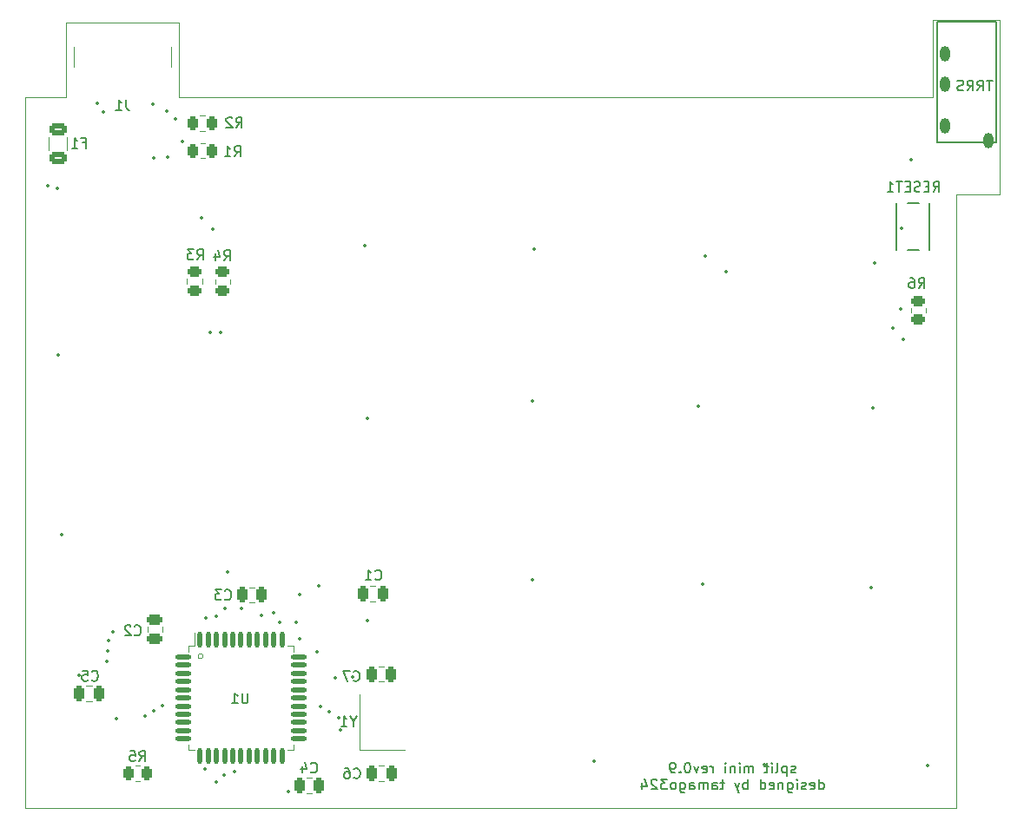
<source format=gbr>
%TF.GenerationSoftware,KiCad,Pcbnew,(6.0.6)*%
%TF.CreationDate,2022-12-14T08:04:59+09:00*%
%TF.ProjectId,split-mini__left,73706c69-742d-46d6-996e-695f5f6c6566,rev?*%
%TF.SameCoordinates,Original*%
%TF.FileFunction,Legend,Bot*%
%TF.FilePolarity,Positive*%
%FSLAX46Y46*%
G04 Gerber Fmt 4.6, Leading zero omitted, Abs format (unit mm)*
G04 Created by KiCad (PCBNEW (6.0.6)) date 2022-12-14 08:04:59*
%MOMM*%
%LPD*%
G01*
G04 APERTURE LIST*
G04 Aperture macros list*
%AMRoundRect*
0 Rectangle with rounded corners*
0 $1 Rounding radius*
0 $2 $3 $4 $5 $6 $7 $8 $9 X,Y pos of 4 corners*
0 Add a 4 corners polygon primitive as box body*
4,1,4,$2,$3,$4,$5,$6,$7,$8,$9,$2,$3,0*
0 Add four circle primitives for the rounded corners*
1,1,$1+$1,$2,$3*
1,1,$1+$1,$4,$5*
1,1,$1+$1,$6,$7*
1,1,$1+$1,$8,$9*
0 Add four rect primitives between the rounded corners*
20,1,$1+$1,$2,$3,$4,$5,0*
20,1,$1+$1,$4,$5,$6,$7,0*
20,1,$1+$1,$6,$7,$8,$9,0*
20,1,$1+$1,$8,$9,$2,$3,0*%
G04 Aperture macros list end*
%ADD10C,0.100000*%
%TA.AperFunction,Profile*%
%ADD11C,0.100000*%
%TD*%
%ADD12C,0.200000*%
%ADD13C,0.150000*%
%ADD14C,0.120000*%
%ADD15C,0.350000*%
%ADD16O,0.600000X1.400000*%
%ADD17O,0.600000X1.700000*%
%ADD18O,1.000000X1.500000*%
%ADD19C,1.900000*%
%ADD20C,4.100000*%
%ADD21C,3.000000*%
%ADD22R,2.550000X2.500000*%
%ADD23C,0.650000*%
%ADD24R,0.580000X1.400000*%
%ADD25R,0.280000X1.400000*%
%ADD26O,1.000000X1.800000*%
%ADD27O,1.000000X2.100000*%
%ADD28RoundRect,0.137500X-0.137500X0.600000X-0.137500X-0.600000X0.137500X-0.600000X0.137500X0.600000X0*%
%ADD29RoundRect,0.137500X-0.600000X0.137500X-0.600000X-0.137500X0.600000X-0.137500X0.600000X0.137500X0*%
%ADD30RoundRect,0.250000X-0.625000X0.375000X-0.625000X-0.375000X0.625000X-0.375000X0.625000X0.375000X0*%
%ADD31RoundRect,0.250000X0.262500X0.450000X-0.262500X0.450000X-0.262500X-0.450000X0.262500X-0.450000X0*%
%ADD32RoundRect,0.250000X-0.262500X-0.450000X0.262500X-0.450000X0.262500X0.450000X-0.262500X0.450000X0*%
%ADD33RoundRect,0.250000X-0.250000X-0.475000X0.250000X-0.475000X0.250000X0.475000X-0.250000X0.475000X0*%
%ADD34C,1.200000*%
%ADD35RoundRect,0.250000X0.250000X0.475000X-0.250000X0.475000X-0.250000X-0.475000X0.250000X-0.475000X0*%
%ADD36R,0.650000X1.050000*%
%ADD37R,1.800000X2.100000*%
%ADD38RoundRect,0.250000X-0.475000X0.250000X-0.475000X-0.250000X0.475000X-0.250000X0.475000X0.250000X0*%
%ADD39RoundRect,0.250000X0.450000X-0.262500X0.450000X0.262500X-0.450000X0.262500X-0.450000X-0.262500X0*%
%ADD40RoundRect,0.250000X-0.450000X0.262500X-0.450000X-0.262500X0.450000X-0.262500X0.450000X0.262500X0*%
G04 APERTURE END LIST*
D10*
X37746982Y-82775000D02*
G75*
G03*
X37746982Y-82775000I-246982J0D01*
G01*
D11*
X108880000Y-20730000D02*
X108880000Y-28230000D01*
X115380000Y-37730000D02*
X115380000Y-20730000D01*
X20380000Y-97555000D02*
X111155000Y-97555000D01*
X24380000Y-28230000D02*
X20380000Y-28230000D01*
X35380000Y-28230000D02*
X35380000Y-20930000D01*
X115380000Y-37730000D02*
X111155000Y-37730000D01*
X111155000Y-97555000D02*
X111155000Y-37730000D01*
X35380000Y-20930000D02*
X24380000Y-20930000D01*
X115380000Y-20730000D02*
X108880000Y-20730000D01*
X20380000Y-28230000D02*
X20380000Y-97555000D01*
X108880000Y-28230000D02*
X35380000Y-28230000D01*
X24380000Y-20930000D02*
X24380000Y-28230000D01*
D12*
X95489047Y-94099761D02*
X95393809Y-94147380D01*
X95203333Y-94147380D01*
X95108095Y-94099761D01*
X95060476Y-94004523D01*
X95060476Y-93956904D01*
X95108095Y-93861666D01*
X95203333Y-93814047D01*
X95346190Y-93814047D01*
X95441428Y-93766428D01*
X95489047Y-93671190D01*
X95489047Y-93623571D01*
X95441428Y-93528333D01*
X95346190Y-93480714D01*
X95203333Y-93480714D01*
X95108095Y-93528333D01*
X94631904Y-93480714D02*
X94631904Y-94480714D01*
X94631904Y-93528333D02*
X94536666Y-93480714D01*
X94346190Y-93480714D01*
X94250952Y-93528333D01*
X94203333Y-93575952D01*
X94155714Y-93671190D01*
X94155714Y-93956904D01*
X94203333Y-94052142D01*
X94250952Y-94099761D01*
X94346190Y-94147380D01*
X94536666Y-94147380D01*
X94631904Y-94099761D01*
X93584285Y-94147380D02*
X93679523Y-94099761D01*
X93727142Y-94004523D01*
X93727142Y-93147380D01*
X93203333Y-94147380D02*
X93203333Y-93480714D01*
X93203333Y-93147380D02*
X93250952Y-93195000D01*
X93203333Y-93242619D01*
X93155714Y-93195000D01*
X93203333Y-93147380D01*
X93203333Y-93242619D01*
X92870000Y-93480714D02*
X92489047Y-93480714D01*
X92727142Y-93147380D02*
X92727142Y-94004523D01*
X92679523Y-94099761D01*
X92584285Y-94147380D01*
X92489047Y-94147380D01*
X91393809Y-94147380D02*
X91393809Y-93480714D01*
X91393809Y-93575952D02*
X91346190Y-93528333D01*
X91250952Y-93480714D01*
X91108095Y-93480714D01*
X91012857Y-93528333D01*
X90965238Y-93623571D01*
X90965238Y-94147380D01*
X90965238Y-93623571D02*
X90917619Y-93528333D01*
X90822380Y-93480714D01*
X90679523Y-93480714D01*
X90584285Y-93528333D01*
X90536666Y-93623571D01*
X90536666Y-94147380D01*
X90060476Y-94147380D02*
X90060476Y-93480714D01*
X90060476Y-93147380D02*
X90108095Y-93195000D01*
X90060476Y-93242619D01*
X90012857Y-93195000D01*
X90060476Y-93147380D01*
X90060476Y-93242619D01*
X89584285Y-93480714D02*
X89584285Y-94147380D01*
X89584285Y-93575952D02*
X89536666Y-93528333D01*
X89441428Y-93480714D01*
X89298571Y-93480714D01*
X89203333Y-93528333D01*
X89155714Y-93623571D01*
X89155714Y-94147380D01*
X88679523Y-94147380D02*
X88679523Y-93480714D01*
X88679523Y-93147380D02*
X88727142Y-93195000D01*
X88679523Y-93242619D01*
X88631904Y-93195000D01*
X88679523Y-93147380D01*
X88679523Y-93242619D01*
X87441428Y-94147380D02*
X87441428Y-93480714D01*
X87441428Y-93671190D02*
X87393809Y-93575952D01*
X87346190Y-93528333D01*
X87250952Y-93480714D01*
X87155714Y-93480714D01*
X86441428Y-94099761D02*
X86536666Y-94147380D01*
X86727142Y-94147380D01*
X86822380Y-94099761D01*
X86870000Y-94004523D01*
X86870000Y-93623571D01*
X86822380Y-93528333D01*
X86727142Y-93480714D01*
X86536666Y-93480714D01*
X86441428Y-93528333D01*
X86393809Y-93623571D01*
X86393809Y-93718809D01*
X86870000Y-93814047D01*
X86060476Y-93480714D02*
X85822380Y-94147380D01*
X85584285Y-93480714D01*
X85012857Y-93147380D02*
X84917619Y-93147380D01*
X84822380Y-93195000D01*
X84774761Y-93242619D01*
X84727142Y-93337857D01*
X84679523Y-93528333D01*
X84679523Y-93766428D01*
X84727142Y-93956904D01*
X84774761Y-94052142D01*
X84822380Y-94099761D01*
X84917619Y-94147380D01*
X85012857Y-94147380D01*
X85108095Y-94099761D01*
X85155714Y-94052142D01*
X85203333Y-93956904D01*
X85250952Y-93766428D01*
X85250952Y-93528333D01*
X85203333Y-93337857D01*
X85155714Y-93242619D01*
X85108095Y-93195000D01*
X85012857Y-93147380D01*
X84250952Y-94052142D02*
X84203333Y-94099761D01*
X84250952Y-94147380D01*
X84298571Y-94099761D01*
X84250952Y-94052142D01*
X84250952Y-94147380D01*
X83727142Y-94147380D02*
X83536666Y-94147380D01*
X83441428Y-94099761D01*
X83393809Y-94052142D01*
X83298571Y-93909285D01*
X83250952Y-93718809D01*
X83250952Y-93337857D01*
X83298571Y-93242619D01*
X83346190Y-93195000D01*
X83441428Y-93147380D01*
X83631904Y-93147380D01*
X83727142Y-93195000D01*
X83774761Y-93242619D01*
X83822380Y-93337857D01*
X83822380Y-93575952D01*
X83774761Y-93671190D01*
X83727142Y-93718809D01*
X83631904Y-93766428D01*
X83441428Y-93766428D01*
X83346190Y-93718809D01*
X83298571Y-93671190D01*
X83250952Y-93575952D01*
X97798571Y-95757380D02*
X97798571Y-94757380D01*
X97798571Y-95709761D02*
X97893809Y-95757380D01*
X98084285Y-95757380D01*
X98179523Y-95709761D01*
X98227142Y-95662142D01*
X98274761Y-95566904D01*
X98274761Y-95281190D01*
X98227142Y-95185952D01*
X98179523Y-95138333D01*
X98084285Y-95090714D01*
X97893809Y-95090714D01*
X97798571Y-95138333D01*
X96941428Y-95709761D02*
X97036666Y-95757380D01*
X97227142Y-95757380D01*
X97322380Y-95709761D01*
X97370000Y-95614523D01*
X97370000Y-95233571D01*
X97322380Y-95138333D01*
X97227142Y-95090714D01*
X97036666Y-95090714D01*
X96941428Y-95138333D01*
X96893809Y-95233571D01*
X96893809Y-95328809D01*
X97370000Y-95424047D01*
X96512857Y-95709761D02*
X96417619Y-95757380D01*
X96227142Y-95757380D01*
X96131904Y-95709761D01*
X96084285Y-95614523D01*
X96084285Y-95566904D01*
X96131904Y-95471666D01*
X96227142Y-95424047D01*
X96370000Y-95424047D01*
X96465238Y-95376428D01*
X96512857Y-95281190D01*
X96512857Y-95233571D01*
X96465238Y-95138333D01*
X96370000Y-95090714D01*
X96227142Y-95090714D01*
X96131904Y-95138333D01*
X95655714Y-95757380D02*
X95655714Y-95090714D01*
X95655714Y-94757380D02*
X95703333Y-94805000D01*
X95655714Y-94852619D01*
X95608095Y-94805000D01*
X95655714Y-94757380D01*
X95655714Y-94852619D01*
X94750952Y-95090714D02*
X94750952Y-95900238D01*
X94798571Y-95995476D01*
X94846190Y-96043095D01*
X94941428Y-96090714D01*
X95084285Y-96090714D01*
X95179523Y-96043095D01*
X94750952Y-95709761D02*
X94846190Y-95757380D01*
X95036666Y-95757380D01*
X95131904Y-95709761D01*
X95179523Y-95662142D01*
X95227142Y-95566904D01*
X95227142Y-95281190D01*
X95179523Y-95185952D01*
X95131904Y-95138333D01*
X95036666Y-95090714D01*
X94846190Y-95090714D01*
X94750952Y-95138333D01*
X94274761Y-95090714D02*
X94274761Y-95757380D01*
X94274761Y-95185952D02*
X94227142Y-95138333D01*
X94131904Y-95090714D01*
X93989047Y-95090714D01*
X93893809Y-95138333D01*
X93846190Y-95233571D01*
X93846190Y-95757380D01*
X92989047Y-95709761D02*
X93084285Y-95757380D01*
X93274761Y-95757380D01*
X93370000Y-95709761D01*
X93417619Y-95614523D01*
X93417619Y-95233571D01*
X93370000Y-95138333D01*
X93274761Y-95090714D01*
X93084285Y-95090714D01*
X92989047Y-95138333D01*
X92941428Y-95233571D01*
X92941428Y-95328809D01*
X93417619Y-95424047D01*
X92084285Y-95757380D02*
X92084285Y-94757380D01*
X92084285Y-95709761D02*
X92179523Y-95757380D01*
X92370000Y-95757380D01*
X92465238Y-95709761D01*
X92512857Y-95662142D01*
X92560476Y-95566904D01*
X92560476Y-95281190D01*
X92512857Y-95185952D01*
X92465238Y-95138333D01*
X92370000Y-95090714D01*
X92179523Y-95090714D01*
X92084285Y-95138333D01*
X90846190Y-95757380D02*
X90846190Y-94757380D01*
X90846190Y-95138333D02*
X90750952Y-95090714D01*
X90560476Y-95090714D01*
X90465238Y-95138333D01*
X90417619Y-95185952D01*
X90370000Y-95281190D01*
X90370000Y-95566904D01*
X90417619Y-95662142D01*
X90465238Y-95709761D01*
X90560476Y-95757380D01*
X90750952Y-95757380D01*
X90846190Y-95709761D01*
X90036666Y-95090714D02*
X89798571Y-95757380D01*
X89560476Y-95090714D02*
X89798571Y-95757380D01*
X89893809Y-95995476D01*
X89941428Y-96043095D01*
X90036666Y-96090714D01*
X88560476Y-95090714D02*
X88179523Y-95090714D01*
X88417619Y-94757380D02*
X88417619Y-95614523D01*
X88370000Y-95709761D01*
X88274761Y-95757380D01*
X88179523Y-95757380D01*
X87417619Y-95757380D02*
X87417619Y-95233571D01*
X87465238Y-95138333D01*
X87560476Y-95090714D01*
X87750952Y-95090714D01*
X87846190Y-95138333D01*
X87417619Y-95709761D02*
X87512857Y-95757380D01*
X87750952Y-95757380D01*
X87846190Y-95709761D01*
X87893809Y-95614523D01*
X87893809Y-95519285D01*
X87846190Y-95424047D01*
X87750952Y-95376428D01*
X87512857Y-95376428D01*
X87417619Y-95328809D01*
X86941428Y-95757380D02*
X86941428Y-95090714D01*
X86941428Y-95185952D02*
X86893809Y-95138333D01*
X86798571Y-95090714D01*
X86655714Y-95090714D01*
X86560476Y-95138333D01*
X86512857Y-95233571D01*
X86512857Y-95757380D01*
X86512857Y-95233571D02*
X86465238Y-95138333D01*
X86370000Y-95090714D01*
X86227142Y-95090714D01*
X86131904Y-95138333D01*
X86084285Y-95233571D01*
X86084285Y-95757380D01*
X85179523Y-95757380D02*
X85179523Y-95233571D01*
X85227142Y-95138333D01*
X85322380Y-95090714D01*
X85512857Y-95090714D01*
X85608095Y-95138333D01*
X85179523Y-95709761D02*
X85274761Y-95757380D01*
X85512857Y-95757380D01*
X85608095Y-95709761D01*
X85655714Y-95614523D01*
X85655714Y-95519285D01*
X85608095Y-95424047D01*
X85512857Y-95376428D01*
X85274761Y-95376428D01*
X85179523Y-95328809D01*
X84274761Y-95090714D02*
X84274761Y-95900238D01*
X84322380Y-95995476D01*
X84370000Y-96043095D01*
X84465238Y-96090714D01*
X84608095Y-96090714D01*
X84703333Y-96043095D01*
X84274761Y-95709761D02*
X84370000Y-95757380D01*
X84560476Y-95757380D01*
X84655714Y-95709761D01*
X84703333Y-95662142D01*
X84750952Y-95566904D01*
X84750952Y-95281190D01*
X84703333Y-95185952D01*
X84655714Y-95138333D01*
X84560476Y-95090714D01*
X84370000Y-95090714D01*
X84274761Y-95138333D01*
X83655714Y-95757380D02*
X83750952Y-95709761D01*
X83798571Y-95662142D01*
X83846190Y-95566904D01*
X83846190Y-95281190D01*
X83798571Y-95185952D01*
X83750952Y-95138333D01*
X83655714Y-95090714D01*
X83512857Y-95090714D01*
X83417619Y-95138333D01*
X83370000Y-95185952D01*
X83322380Y-95281190D01*
X83322380Y-95566904D01*
X83370000Y-95662142D01*
X83417619Y-95709761D01*
X83512857Y-95757380D01*
X83655714Y-95757380D01*
X82989047Y-94757380D02*
X82370000Y-94757380D01*
X82703333Y-95138333D01*
X82560476Y-95138333D01*
X82465238Y-95185952D01*
X82417619Y-95233571D01*
X82370000Y-95328809D01*
X82370000Y-95566904D01*
X82417619Y-95662142D01*
X82465238Y-95709761D01*
X82560476Y-95757380D01*
X82846190Y-95757380D01*
X82941428Y-95709761D01*
X82989047Y-95662142D01*
X81989047Y-94852619D02*
X81941428Y-94805000D01*
X81846190Y-94757380D01*
X81608095Y-94757380D01*
X81512857Y-94805000D01*
X81465238Y-94852619D01*
X81417619Y-94947857D01*
X81417619Y-95043095D01*
X81465238Y-95185952D01*
X82036666Y-95757380D01*
X81417619Y-95757380D01*
X80560476Y-95090714D02*
X80560476Y-95757380D01*
X80798571Y-94709761D02*
X81036666Y-95424047D01*
X80417619Y-95424047D01*
D13*
%TO.C,J1*%
X30223333Y-28497380D02*
X30223333Y-29211666D01*
X30270952Y-29354523D01*
X30366190Y-29449761D01*
X30509047Y-29497380D01*
X30604285Y-29497380D01*
X29223333Y-29497380D02*
X29794761Y-29497380D01*
X29509047Y-29497380D02*
X29509047Y-28497380D01*
X29604285Y-28640238D01*
X29699523Y-28735476D01*
X29794761Y-28783095D01*
%TO.C,U1*%
X42121904Y-86372380D02*
X42121904Y-87181904D01*
X42074285Y-87277142D01*
X42026666Y-87324761D01*
X41931428Y-87372380D01*
X41740952Y-87372380D01*
X41645714Y-87324761D01*
X41598095Y-87277142D01*
X41550476Y-87181904D01*
X41550476Y-86372380D01*
X40550476Y-87372380D02*
X41121904Y-87372380D01*
X40836190Y-87372380D02*
X40836190Y-86372380D01*
X40931428Y-86515238D01*
X41026666Y-86610476D01*
X41121904Y-86658095D01*
%TO.C,F1*%
X25988333Y-32678571D02*
X26321666Y-32678571D01*
X26321666Y-33202380D02*
X26321666Y-32202380D01*
X25845476Y-32202380D01*
X24940714Y-33202380D02*
X25512142Y-33202380D01*
X25226428Y-33202380D02*
X25226428Y-32202380D01*
X25321666Y-32345238D01*
X25416904Y-32440476D01*
X25512142Y-32488095D01*
%TO.C,R5*%
X31536666Y-93012380D02*
X31870000Y-92536190D01*
X32108095Y-93012380D02*
X32108095Y-92012380D01*
X31727142Y-92012380D01*
X31631904Y-92060000D01*
X31584285Y-92107619D01*
X31536666Y-92202857D01*
X31536666Y-92345714D01*
X31584285Y-92440952D01*
X31631904Y-92488571D01*
X31727142Y-92536190D01*
X32108095Y-92536190D01*
X30631904Y-92012380D02*
X31108095Y-92012380D01*
X31155714Y-92488571D01*
X31108095Y-92440952D01*
X31012857Y-92393333D01*
X30774761Y-92393333D01*
X30679523Y-92440952D01*
X30631904Y-92488571D01*
X30584285Y-92583809D01*
X30584285Y-92821904D01*
X30631904Y-92917142D01*
X30679523Y-92964761D01*
X30774761Y-93012380D01*
X31012857Y-93012380D01*
X31108095Y-92964761D01*
X31155714Y-92917142D01*
%TO.C,R1*%
X40801666Y-34012380D02*
X41135000Y-33536190D01*
X41373095Y-34012380D02*
X41373095Y-33012380D01*
X40992142Y-33012380D01*
X40896904Y-33060000D01*
X40849285Y-33107619D01*
X40801666Y-33202857D01*
X40801666Y-33345714D01*
X40849285Y-33440952D01*
X40896904Y-33488571D01*
X40992142Y-33536190D01*
X41373095Y-33536190D01*
X39849285Y-34012380D02*
X40420714Y-34012380D01*
X40135000Y-34012380D02*
X40135000Y-33012380D01*
X40230238Y-33155238D01*
X40325476Y-33250476D01*
X40420714Y-33298095D01*
%TO.C,C5*%
X26896666Y-85087142D02*
X26944285Y-85134761D01*
X27087142Y-85182380D01*
X27182380Y-85182380D01*
X27325238Y-85134761D01*
X27420476Y-85039523D01*
X27468095Y-84944285D01*
X27515714Y-84753809D01*
X27515714Y-84610952D01*
X27468095Y-84420476D01*
X27420476Y-84325238D01*
X27325238Y-84230000D01*
X27182380Y-84182380D01*
X27087142Y-84182380D01*
X26944285Y-84230000D01*
X26896666Y-84277619D01*
X25991904Y-84182380D02*
X26468095Y-84182380D01*
X26515714Y-84658571D01*
X26468095Y-84610952D01*
X26372857Y-84563333D01*
X26134761Y-84563333D01*
X26039523Y-84610952D01*
X25991904Y-84658571D01*
X25944285Y-84753809D01*
X25944285Y-84991904D01*
X25991904Y-85087142D01*
X26039523Y-85134761D01*
X26134761Y-85182380D01*
X26372857Y-85182380D01*
X26468095Y-85134761D01*
X26515714Y-85087142D01*
%TO.C,J2*%
X114711904Y-26602380D02*
X114140476Y-26602380D01*
X114426190Y-27602380D02*
X114426190Y-26602380D01*
X113235714Y-27602380D02*
X113569047Y-27126190D01*
X113807142Y-27602380D02*
X113807142Y-26602380D01*
X113426190Y-26602380D01*
X113330952Y-26650000D01*
X113283333Y-26697619D01*
X113235714Y-26792857D01*
X113235714Y-26935714D01*
X113283333Y-27030952D01*
X113330952Y-27078571D01*
X113426190Y-27126190D01*
X113807142Y-27126190D01*
X112235714Y-27602380D02*
X112569047Y-27126190D01*
X112807142Y-27602380D02*
X112807142Y-26602380D01*
X112426190Y-26602380D01*
X112330952Y-26650000D01*
X112283333Y-26697619D01*
X112235714Y-26792857D01*
X112235714Y-26935714D01*
X112283333Y-27030952D01*
X112330952Y-27078571D01*
X112426190Y-27126190D01*
X112807142Y-27126190D01*
X111854761Y-27554761D02*
X111711904Y-27602380D01*
X111473809Y-27602380D01*
X111378571Y-27554761D01*
X111330952Y-27507142D01*
X111283333Y-27411904D01*
X111283333Y-27316666D01*
X111330952Y-27221428D01*
X111378571Y-27173809D01*
X111473809Y-27126190D01*
X111664285Y-27078571D01*
X111759523Y-27030952D01*
X111807142Y-26983333D01*
X111854761Y-26888095D01*
X111854761Y-26792857D01*
X111807142Y-26697619D01*
X111759523Y-26650000D01*
X111664285Y-26602380D01*
X111426190Y-26602380D01*
X111283333Y-26650000D01*
%TO.C,C7*%
X52396666Y-85107142D02*
X52444285Y-85154761D01*
X52587142Y-85202380D01*
X52682380Y-85202380D01*
X52825238Y-85154761D01*
X52920476Y-85059523D01*
X52968095Y-84964285D01*
X53015714Y-84773809D01*
X53015714Y-84630952D01*
X52968095Y-84440476D01*
X52920476Y-84345238D01*
X52825238Y-84250000D01*
X52682380Y-84202380D01*
X52587142Y-84202380D01*
X52444285Y-84250000D01*
X52396666Y-84297619D01*
X52063333Y-84202380D02*
X51396666Y-84202380D01*
X51825238Y-85202380D01*
%TO.C,R2*%
X40956666Y-31202380D02*
X41290000Y-30726190D01*
X41528095Y-31202380D02*
X41528095Y-30202380D01*
X41147142Y-30202380D01*
X41051904Y-30250000D01*
X41004285Y-30297619D01*
X40956666Y-30392857D01*
X40956666Y-30535714D01*
X41004285Y-30630952D01*
X41051904Y-30678571D01*
X41147142Y-30726190D01*
X41528095Y-30726190D01*
X40575714Y-30297619D02*
X40528095Y-30250000D01*
X40432857Y-30202380D01*
X40194761Y-30202380D01*
X40099523Y-30250000D01*
X40051904Y-30297619D01*
X40004285Y-30392857D01*
X40004285Y-30488095D01*
X40051904Y-30630952D01*
X40623333Y-31202380D01*
X40004285Y-31202380D01*
%TO.C,RESET1*%
X108928571Y-37452380D02*
X109261904Y-36976190D01*
X109500000Y-37452380D02*
X109500000Y-36452380D01*
X109119047Y-36452380D01*
X109023809Y-36500000D01*
X108976190Y-36547619D01*
X108928571Y-36642857D01*
X108928571Y-36785714D01*
X108976190Y-36880952D01*
X109023809Y-36928571D01*
X109119047Y-36976190D01*
X109500000Y-36976190D01*
X108500000Y-36928571D02*
X108166666Y-36928571D01*
X108023809Y-37452380D02*
X108500000Y-37452380D01*
X108500000Y-36452380D01*
X108023809Y-36452380D01*
X107642857Y-37404761D02*
X107500000Y-37452380D01*
X107261904Y-37452380D01*
X107166666Y-37404761D01*
X107119047Y-37357142D01*
X107071428Y-37261904D01*
X107071428Y-37166666D01*
X107119047Y-37071428D01*
X107166666Y-37023809D01*
X107261904Y-36976190D01*
X107452380Y-36928571D01*
X107547619Y-36880952D01*
X107595238Y-36833333D01*
X107642857Y-36738095D01*
X107642857Y-36642857D01*
X107595238Y-36547619D01*
X107547619Y-36500000D01*
X107452380Y-36452380D01*
X107214285Y-36452380D01*
X107071428Y-36500000D01*
X106642857Y-36928571D02*
X106309523Y-36928571D01*
X106166666Y-37452380D02*
X106642857Y-37452380D01*
X106642857Y-36452380D01*
X106166666Y-36452380D01*
X105880952Y-36452380D02*
X105309523Y-36452380D01*
X105595238Y-37452380D02*
X105595238Y-36452380D01*
X104452380Y-37452380D02*
X105023809Y-37452380D01*
X104738095Y-37452380D02*
X104738095Y-36452380D01*
X104833333Y-36595238D01*
X104928571Y-36690476D01*
X105023809Y-36738095D01*
%TO.C,Y1*%
X52376190Y-89106190D02*
X52376190Y-89582380D01*
X52709523Y-88582380D02*
X52376190Y-89106190D01*
X52042857Y-88582380D01*
X51185714Y-89582380D02*
X51757142Y-89582380D01*
X51471428Y-89582380D02*
X51471428Y-88582380D01*
X51566666Y-88725238D01*
X51661904Y-88820476D01*
X51757142Y-88868095D01*
%TO.C,C4*%
X48246666Y-94047142D02*
X48294285Y-94094761D01*
X48437142Y-94142380D01*
X48532380Y-94142380D01*
X48675238Y-94094761D01*
X48770476Y-93999523D01*
X48818095Y-93904285D01*
X48865714Y-93713809D01*
X48865714Y-93570952D01*
X48818095Y-93380476D01*
X48770476Y-93285238D01*
X48675238Y-93190000D01*
X48532380Y-93142380D01*
X48437142Y-93142380D01*
X48294285Y-93190000D01*
X48246666Y-93237619D01*
X47389523Y-93475714D02*
X47389523Y-94142380D01*
X47627619Y-93094761D02*
X47865714Y-93809047D01*
X47246666Y-93809047D01*
%TO.C,C2*%
X31066666Y-80657142D02*
X31114285Y-80704761D01*
X31257142Y-80752380D01*
X31352380Y-80752380D01*
X31495238Y-80704761D01*
X31590476Y-80609523D01*
X31638095Y-80514285D01*
X31685714Y-80323809D01*
X31685714Y-80180952D01*
X31638095Y-79990476D01*
X31590476Y-79895238D01*
X31495238Y-79800000D01*
X31352380Y-79752380D01*
X31257142Y-79752380D01*
X31114285Y-79800000D01*
X31066666Y-79847619D01*
X30685714Y-79847619D02*
X30638095Y-79800000D01*
X30542857Y-79752380D01*
X30304761Y-79752380D01*
X30209523Y-79800000D01*
X30161904Y-79847619D01*
X30114285Y-79942857D01*
X30114285Y-80038095D01*
X30161904Y-80180952D01*
X30733333Y-80752380D01*
X30114285Y-80752380D01*
%TO.C,R6*%
X107506666Y-46864880D02*
X107840000Y-46388690D01*
X108078095Y-46864880D02*
X108078095Y-45864880D01*
X107697142Y-45864880D01*
X107601904Y-45912500D01*
X107554285Y-45960119D01*
X107506666Y-46055357D01*
X107506666Y-46198214D01*
X107554285Y-46293452D01*
X107601904Y-46341071D01*
X107697142Y-46388690D01*
X108078095Y-46388690D01*
X106649523Y-45864880D02*
X106840000Y-45864880D01*
X106935238Y-45912500D01*
X106982857Y-45960119D01*
X107078095Y-46102976D01*
X107125714Y-46293452D01*
X107125714Y-46674404D01*
X107078095Y-46769642D01*
X107030476Y-46817261D01*
X106935238Y-46864880D01*
X106744761Y-46864880D01*
X106649523Y-46817261D01*
X106601904Y-46769642D01*
X106554285Y-46674404D01*
X106554285Y-46436309D01*
X106601904Y-46341071D01*
X106649523Y-46293452D01*
X106744761Y-46245833D01*
X106935238Y-46245833D01*
X107030476Y-46293452D01*
X107078095Y-46341071D01*
X107125714Y-46436309D01*
%TO.C,C6*%
X52446666Y-94587142D02*
X52494285Y-94634761D01*
X52637142Y-94682380D01*
X52732380Y-94682380D01*
X52875238Y-94634761D01*
X52970476Y-94539523D01*
X53018095Y-94444285D01*
X53065714Y-94253809D01*
X53065714Y-94110952D01*
X53018095Y-93920476D01*
X52970476Y-93825238D01*
X52875238Y-93730000D01*
X52732380Y-93682380D01*
X52637142Y-93682380D01*
X52494285Y-93730000D01*
X52446666Y-93777619D01*
X51589523Y-93682380D02*
X51780000Y-93682380D01*
X51875238Y-93730000D01*
X51922857Y-93777619D01*
X52018095Y-93920476D01*
X52065714Y-94110952D01*
X52065714Y-94491904D01*
X52018095Y-94587142D01*
X51970476Y-94634761D01*
X51875238Y-94682380D01*
X51684761Y-94682380D01*
X51589523Y-94634761D01*
X51541904Y-94587142D01*
X51494285Y-94491904D01*
X51494285Y-94253809D01*
X51541904Y-94158571D01*
X51589523Y-94110952D01*
X51684761Y-94063333D01*
X51875238Y-94063333D01*
X51970476Y-94110952D01*
X52018095Y-94158571D01*
X52065714Y-94253809D01*
%TO.C,R4*%
X39786666Y-44172380D02*
X40120000Y-43696190D01*
X40358095Y-44172380D02*
X40358095Y-43172380D01*
X39977142Y-43172380D01*
X39881904Y-43220000D01*
X39834285Y-43267619D01*
X39786666Y-43362857D01*
X39786666Y-43505714D01*
X39834285Y-43600952D01*
X39881904Y-43648571D01*
X39977142Y-43696190D01*
X40358095Y-43696190D01*
X38929523Y-43505714D02*
X38929523Y-44172380D01*
X39167619Y-43124761D02*
X39405714Y-43839047D01*
X38786666Y-43839047D01*
%TO.C,R3*%
X37156666Y-44092380D02*
X37490000Y-43616190D01*
X37728095Y-44092380D02*
X37728095Y-43092380D01*
X37347142Y-43092380D01*
X37251904Y-43140000D01*
X37204285Y-43187619D01*
X37156666Y-43282857D01*
X37156666Y-43425714D01*
X37204285Y-43520952D01*
X37251904Y-43568571D01*
X37347142Y-43616190D01*
X37728095Y-43616190D01*
X36823333Y-43092380D02*
X36204285Y-43092380D01*
X36537619Y-43473333D01*
X36394761Y-43473333D01*
X36299523Y-43520952D01*
X36251904Y-43568571D01*
X36204285Y-43663809D01*
X36204285Y-43901904D01*
X36251904Y-43997142D01*
X36299523Y-44044761D01*
X36394761Y-44092380D01*
X36680476Y-44092380D01*
X36775714Y-44044761D01*
X36823333Y-43997142D01*
%TO.C,C3*%
X39866666Y-77187142D02*
X39914285Y-77234761D01*
X40057142Y-77282380D01*
X40152380Y-77282380D01*
X40295238Y-77234761D01*
X40390476Y-77139523D01*
X40438095Y-77044285D01*
X40485714Y-76853809D01*
X40485714Y-76710952D01*
X40438095Y-76520476D01*
X40390476Y-76425238D01*
X40295238Y-76330000D01*
X40152380Y-76282380D01*
X40057142Y-76282380D01*
X39914285Y-76330000D01*
X39866666Y-76377619D01*
X39533333Y-76282380D02*
X38914285Y-76282380D01*
X39247619Y-76663333D01*
X39104761Y-76663333D01*
X39009523Y-76710952D01*
X38961904Y-76758571D01*
X38914285Y-76853809D01*
X38914285Y-77091904D01*
X38961904Y-77187142D01*
X39009523Y-77234761D01*
X39104761Y-77282380D01*
X39390476Y-77282380D01*
X39485714Y-77234761D01*
X39533333Y-77187142D01*
%TO.C,C1*%
X54526666Y-75247142D02*
X54574285Y-75294761D01*
X54717142Y-75342380D01*
X54812380Y-75342380D01*
X54955238Y-75294761D01*
X55050476Y-75199523D01*
X55098095Y-75104285D01*
X55145714Y-74913809D01*
X55145714Y-74770952D01*
X55098095Y-74580476D01*
X55050476Y-74485238D01*
X54955238Y-74390000D01*
X54812380Y-74342380D01*
X54717142Y-74342380D01*
X54574285Y-74390000D01*
X54526666Y-74437619D01*
X53574285Y-75342380D02*
X54145714Y-75342380D01*
X53860000Y-75342380D02*
X53860000Y-74342380D01*
X53955238Y-74485238D01*
X54050476Y-74580476D01*
X54145714Y-74628095D01*
D14*
%TO.C,J1*%
X34590000Y-25300000D02*
X34590000Y-23300000D01*
X25190000Y-25300000D02*
X25190000Y-23300000D01*
%TO.C,U1*%
X36905000Y-81730000D02*
X36905000Y-80440000D01*
X36330000Y-82305000D02*
X36330000Y-81730000D01*
X46550000Y-81730000D02*
X45975000Y-81730000D01*
X46550000Y-91950000D02*
X45975000Y-91950000D01*
X46550000Y-91375000D02*
X46550000Y-91950000D01*
X36330000Y-91950000D02*
X36905000Y-91950000D01*
X36330000Y-81730000D02*
X36905000Y-81730000D01*
X36330000Y-91375000D02*
X36330000Y-91950000D01*
X46550000Y-82305000D02*
X46550000Y-81730000D01*
%TO.C,F1*%
X24500000Y-32167936D02*
X24500000Y-33372064D01*
X22680000Y-32167936D02*
X22680000Y-33372064D01*
%TO.C,R5*%
X31597064Y-94945000D02*
X31142936Y-94945000D01*
X31597064Y-93475000D02*
X31142936Y-93475000D01*
%TO.C,R1*%
X37472936Y-32735000D02*
X37927064Y-32735000D01*
X37472936Y-34205000D02*
X37927064Y-34205000D01*
%TO.C,C5*%
X26368748Y-87145000D02*
X26891252Y-87145000D01*
X26368748Y-85675000D02*
X26891252Y-85675000D01*
D13*
%TO.C,J2*%
X109300000Y-32600000D02*
X115100000Y-32600000D01*
X109300000Y-20850000D02*
X109300000Y-32600000D01*
X115100000Y-32600000D02*
X115100000Y-20850000D01*
X115100000Y-20850000D02*
X109300000Y-20850000D01*
D14*
%TO.C,C7*%
X55401252Y-85255000D02*
X54878748Y-85255000D01*
X55401252Y-83785000D02*
X54878748Y-83785000D01*
%TO.C,R2*%
X37452936Y-30045000D02*
X37907064Y-30045000D01*
X37452936Y-31515000D02*
X37907064Y-31515000D01*
D13*
%TO.C,RESET1*%
X105350000Y-38570000D02*
X105350000Y-43170000D01*
X108550000Y-43170000D02*
X108550000Y-38570000D01*
X106400000Y-43170000D02*
X107500000Y-43170000D01*
X107500000Y-38570000D02*
X106400000Y-38570000D01*
D14*
%TO.C,Y1*%
X57410000Y-91890000D02*
X53010000Y-91890000D01*
X53010000Y-91890000D02*
X53010000Y-86490000D01*
%TO.C,C4*%
X47838748Y-94655000D02*
X48361252Y-94655000D01*
X47838748Y-96125000D02*
X48361252Y-96125000D01*
%TO.C,C2*%
X32305000Y-79878748D02*
X32305000Y-80401252D01*
X33775000Y-79878748D02*
X33775000Y-80401252D01*
%TO.C,R6*%
X106745000Y-49239564D02*
X106745000Y-48785436D01*
X108215000Y-49239564D02*
X108215000Y-48785436D01*
%TO.C,C6*%
X55411252Y-93465000D02*
X54888748Y-93465000D01*
X55411252Y-94935000D02*
X54888748Y-94935000D01*
%TO.C,R4*%
X40385000Y-45982936D02*
X40385000Y-46437064D01*
X38915000Y-45982936D02*
X38915000Y-46437064D01*
%TO.C,R3*%
X37655000Y-45972936D02*
X37655000Y-46427064D01*
X36185000Y-45972936D02*
X36185000Y-46427064D01*
%TO.C,C3*%
X42751252Y-76035000D02*
X42228748Y-76035000D01*
X42751252Y-77505000D02*
X42228748Y-77505000D01*
%TO.C,C1*%
X54038748Y-77395000D02*
X54561252Y-77395000D01*
X54038748Y-75925000D02*
X54561252Y-75925000D01*
%TD*%
D15*
X41489500Y-78094500D03*
X47200000Y-76750000D03*
X40150000Y-74575000D03*
X52330000Y-84820000D03*
X88725000Y-45250000D03*
X39875000Y-78075000D03*
X50600000Y-84900000D03*
X105875000Y-41025000D03*
X22590000Y-36880000D03*
X25650000Y-84625000D03*
X29330353Y-88869647D03*
X53800000Y-79300000D03*
X46025000Y-96000000D03*
X105975000Y-51825000D03*
X28961382Y-80364083D03*
X32830000Y-28940000D03*
X27460000Y-28870000D03*
X35740000Y-32590000D03*
X28024028Y-29695152D03*
X34270000Y-34080000D03*
X38684500Y-41140000D03*
X32900000Y-34180000D03*
X37594177Y-40037183D03*
X34180000Y-29560000D03*
X35074779Y-30353484D03*
X104974799Y-50749799D03*
X49175000Y-87675000D03*
X106800000Y-34300000D03*
X38000000Y-79000000D03*
X38425994Y-51165238D03*
X39050500Y-78901576D03*
X39450000Y-51200000D03*
X105775000Y-48925000D03*
X48850000Y-82325000D03*
X28387352Y-83266524D03*
X23562933Y-37108925D03*
X32076475Y-88625807D03*
X53500000Y-42700000D03*
X70025000Y-43050000D03*
X32947493Y-88135569D03*
X33775000Y-87575000D03*
X86675000Y-43700000D03*
X37950000Y-93775000D03*
X103250000Y-44400000D03*
X23634500Y-53400000D03*
X28439623Y-82268389D03*
X53725000Y-59550000D03*
X44650000Y-78550000D03*
X45225000Y-79500000D03*
X69850000Y-57850000D03*
X86025000Y-58350000D03*
X46850000Y-79500000D03*
X47125000Y-81050000D03*
X103050000Y-58575000D03*
X23970438Y-70870938D03*
X28550000Y-81275000D03*
X49000000Y-75935500D03*
X43410000Y-78750000D03*
X50075000Y-88200000D03*
X69850000Y-75350000D03*
X86425000Y-75700000D03*
X50950000Y-88800000D03*
X102900000Y-76050000D03*
X51150000Y-89950000D03*
X40775000Y-94000000D03*
X75825000Y-93000000D03*
X92425000Y-93350000D03*
X39764500Y-94375000D03*
X108350000Y-93475000D03*
X39025162Y-95047596D03*
X100960000Y-70730000D03*
X95880000Y-70730000D03*
X92070000Y-68190000D03*
X90800000Y-70730000D03*
X98420000Y-65650000D03*
X41300000Y-56720000D03*
X51460000Y-56720000D03*
X48920000Y-51640000D03*
X46380000Y-56720000D03*
X42570000Y-54180000D03*
X57830000Y-37720000D03*
X59100000Y-35180000D03*
X62910000Y-37720000D03*
X65450000Y-32640000D03*
X67990000Y-37720000D03*
X32410000Y-54090000D03*
X24790000Y-59170000D03*
X29870000Y-59170000D03*
X34950000Y-59170000D03*
X26060000Y-56630000D03*
X87690000Y-82990000D03*
X80070000Y-88070000D03*
X85150000Y-88070000D03*
X81340000Y-85530000D03*
X90230000Y-88070000D03*
X81930000Y-65640000D03*
X75580000Y-68180000D03*
X79390000Y-70720000D03*
X84470000Y-70720000D03*
X74310000Y-70720000D03*
X75580000Y-51690000D03*
X79390000Y-54230000D03*
X81930000Y-49150000D03*
X84470000Y-54230000D03*
X74310000Y-54230000D03*
X59080000Y-51690000D03*
X57810000Y-54230000D03*
X62890000Y-54230000D03*
X65430000Y-49150000D03*
X67970000Y-54230000D03*
X100970000Y-54230000D03*
X95890000Y-54230000D03*
X90810000Y-54230000D03*
X92080000Y-51690000D03*
X98430000Y-49150000D03*
X29900000Y-75720000D03*
X26090000Y-73180000D03*
X34980000Y-75720000D03*
X32440000Y-70640000D03*
X24820000Y-75720000D03*
X24810000Y-42640000D03*
X34970000Y-42640000D03*
X26080000Y-40100000D03*
X32430000Y-37560000D03*
X29890000Y-42640000D03*
X42570000Y-70680000D03*
X51460000Y-73220000D03*
X48920000Y-68140000D03*
X41300000Y-73220000D03*
X46380000Y-73220000D03*
X100990000Y-37700000D03*
X90830000Y-37700000D03*
X98450000Y-32620000D03*
X92100000Y-35160000D03*
X95910000Y-37700000D03*
X41310000Y-40190000D03*
X46390000Y-40190000D03*
X48930000Y-35110000D03*
X42580000Y-37650000D03*
X51470000Y-40190000D03*
X67990000Y-70750000D03*
X57830000Y-70750000D03*
X59100000Y-68210000D03*
X65450000Y-65670000D03*
X62910000Y-70750000D03*
X63580000Y-88050000D03*
X71200000Y-82970000D03*
X73740000Y-88050000D03*
X64850000Y-85510000D03*
X68660000Y-88050000D03*
X79420000Y-37720000D03*
X84500000Y-37720000D03*
X74340000Y-37720000D03*
X75610000Y-35180000D03*
X81960000Y-32640000D03*
X96590000Y-88060000D03*
X104210000Y-82980000D03*
X97860000Y-85520000D03*
X106750000Y-88060000D03*
X101670000Y-88060000D03*
X27000000Y-26000000D03*
X32780000Y-26000000D03*
D16*
X34210000Y-22320000D03*
D17*
X25570000Y-26500000D03*
X34210000Y-26500000D03*
D16*
X25570000Y-22320000D03*
D15*
X112200000Y-29200000D03*
X112200000Y-22200000D03*
D18*
X114300000Y-32500000D03*
X110100000Y-24000000D03*
X110100000Y-27000000D03*
X110100000Y-31000000D03*
%LPC*%
D19*
%TO.C,SW15*%
X100960000Y-70730000D03*
D20*
X95880000Y-70730000D03*
D21*
X92070000Y-68190000D03*
D19*
X90800000Y-70730000D03*
D21*
X98420000Y-65650000D03*
D22*
X88795000Y-68190000D03*
X101722000Y-65650000D03*
%TD*%
D19*
%TO.C,SW7*%
X41300000Y-56720000D03*
X51460000Y-56720000D03*
D21*
X48920000Y-51640000D03*
D20*
X46380000Y-56720000D03*
D21*
X42570000Y-54180000D03*
D22*
X39295000Y-54180000D03*
X52222000Y-51640000D03*
%TD*%
D19*
%TO.C,SW3*%
X57830000Y-37720000D03*
D21*
X59100000Y-35180000D03*
D20*
X62910000Y-37720000D03*
D21*
X65450000Y-32640000D03*
D19*
X67990000Y-37720000D03*
D22*
X55825000Y-35180000D03*
X68752000Y-32640000D03*
%TD*%
D21*
%TO.C,SW6*%
X32410000Y-54090000D03*
D19*
X24790000Y-59170000D03*
D20*
X29870000Y-59170000D03*
D19*
X34950000Y-59170000D03*
D21*
X26060000Y-56630000D03*
D22*
X22785000Y-56630000D03*
X35712000Y-54090000D03*
%TD*%
D21*
%TO.C,SW17*%
X87690000Y-82990000D03*
D19*
X80070000Y-88070000D03*
D20*
X85150000Y-88070000D03*
D21*
X81340000Y-85530000D03*
D19*
X90230000Y-88070000D03*
D22*
X78065000Y-85530000D03*
X90992000Y-82990000D03*
%TD*%
D21*
%TO.C,SW14*%
X81930000Y-65640000D03*
X75580000Y-68180000D03*
D20*
X79390000Y-70720000D03*
D19*
X84470000Y-70720000D03*
X74310000Y-70720000D03*
D22*
X72305000Y-68180000D03*
X85232000Y-65640000D03*
%TD*%
D21*
%TO.C,SW9*%
X75580000Y-51690000D03*
D20*
X79390000Y-54230000D03*
D21*
X81930000Y-49150000D03*
D19*
X84470000Y-54230000D03*
X74310000Y-54230000D03*
D22*
X72305000Y-51690000D03*
X85232000Y-49150000D03*
%TD*%
D21*
%TO.C,SW8*%
X59080000Y-51690000D03*
D19*
X57810000Y-54230000D03*
D20*
X62890000Y-54230000D03*
D21*
X65430000Y-49150000D03*
D19*
X67970000Y-54230000D03*
D22*
X55805000Y-51690000D03*
X68732000Y-49150000D03*
%TD*%
D19*
%TO.C,SW10*%
X100970000Y-54230000D03*
D20*
X95890000Y-54230000D03*
D19*
X90810000Y-54230000D03*
D21*
X92080000Y-51690000D03*
X98430000Y-49150000D03*
D22*
X88805000Y-51690000D03*
X101732000Y-49150000D03*
%TD*%
D20*
%TO.C,SW11*%
X29900000Y-75720000D03*
D21*
X26090000Y-73180000D03*
D19*
X34980000Y-75720000D03*
D21*
X32440000Y-70640000D03*
D19*
X24820000Y-75720000D03*
D22*
X22815000Y-73180000D03*
X35742000Y-70640000D03*
%TD*%
D19*
%TO.C,SW1*%
X24810000Y-42640000D03*
X34970000Y-42640000D03*
D21*
X26080000Y-40100000D03*
X32430000Y-37560000D03*
D20*
X29890000Y-42640000D03*
D22*
X22805000Y-40100000D03*
X35732000Y-37560000D03*
%TD*%
D21*
%TO.C,SW12*%
X42570000Y-70680000D03*
D19*
X51460000Y-73220000D03*
D21*
X48920000Y-68140000D03*
D19*
X41300000Y-73220000D03*
D20*
X46380000Y-73220000D03*
D22*
X39295000Y-70680000D03*
X52222000Y-68140000D03*
%TD*%
D19*
%TO.C,SW5*%
X100990000Y-37700000D03*
X90830000Y-37700000D03*
D21*
X98450000Y-32620000D03*
X92100000Y-35160000D03*
D20*
X95910000Y-37700000D03*
D22*
X88825000Y-35160000D03*
X101752000Y-32620000D03*
%TD*%
D19*
%TO.C,SW2*%
X41310000Y-40190000D03*
D20*
X46390000Y-40190000D03*
D21*
X48930000Y-35110000D03*
X42580000Y-37650000D03*
D19*
X51470000Y-40190000D03*
D22*
X39305000Y-37650000D03*
X52232000Y-35110000D03*
%TD*%
D19*
%TO.C,SW13*%
X67990000Y-70750000D03*
X57830000Y-70750000D03*
D21*
X59100000Y-68210000D03*
X65450000Y-65670000D03*
D20*
X62910000Y-70750000D03*
D22*
X55825000Y-68210000D03*
X68752000Y-65670000D03*
%TD*%
D19*
%TO.C,SW16*%
X63580000Y-88050000D03*
D21*
X71200000Y-82970000D03*
D19*
X73740000Y-88050000D03*
D21*
X64850000Y-85510000D03*
D20*
X68660000Y-88050000D03*
D22*
X61575000Y-85510000D03*
X74502000Y-82970000D03*
%TD*%
D20*
%TO.C,SW4*%
X79420000Y-37720000D03*
D19*
X84500000Y-37720000D03*
X74340000Y-37720000D03*
D21*
X75610000Y-35180000D03*
X81960000Y-32640000D03*
D22*
X72335000Y-35180000D03*
X85262000Y-32640000D03*
%TD*%
D19*
%TO.C,SW18*%
X96590000Y-88060000D03*
D21*
X104210000Y-82980000D03*
X97860000Y-85520000D03*
D19*
X106750000Y-88060000D03*
D20*
X101670000Y-88060000D03*
D22*
X94585000Y-85520000D03*
X107512000Y-82980000D03*
%TD*%
D23*
%TO.C,J1*%
X27000000Y-26000000D03*
X32780000Y-26000000D03*
D24*
X26690000Y-27200000D03*
X27490000Y-27200000D03*
D25*
X28640000Y-27200000D03*
X29640000Y-27200000D03*
X30140000Y-27200000D03*
X31140000Y-27200000D03*
D24*
X32290000Y-27200000D03*
X33090000Y-27200000D03*
X33090000Y-27200000D03*
X32290000Y-27200000D03*
D25*
X31640000Y-27200000D03*
X30640000Y-27200000D03*
X29140000Y-27200000D03*
X28140000Y-27200000D03*
D24*
X27490000Y-27200000D03*
X26690000Y-27200000D03*
D26*
X34210000Y-22320000D03*
D27*
X25570000Y-26500000D03*
X34210000Y-26500000D03*
D26*
X25570000Y-22320000D03*
%TD*%
D28*
%TO.C,U1*%
X37440000Y-81177500D03*
X38240000Y-81177500D03*
X39040000Y-81177500D03*
X39840000Y-81177500D03*
X40640000Y-81177500D03*
X41440000Y-81177500D03*
X42240000Y-81177500D03*
X43040000Y-81177500D03*
X43840000Y-81177500D03*
X44640000Y-81177500D03*
X45440000Y-81177500D03*
D29*
X47102500Y-82840000D03*
X47102500Y-83640000D03*
X47102500Y-84440000D03*
X47102500Y-85240000D03*
X47102500Y-86040000D03*
X47102500Y-86840000D03*
X47102500Y-87640000D03*
X47102500Y-88440000D03*
X47102500Y-89240000D03*
X47102500Y-90040000D03*
X47102500Y-90840000D03*
D28*
X45440000Y-92502500D03*
X44640000Y-92502500D03*
X43840000Y-92502500D03*
X43040000Y-92502500D03*
X42240000Y-92502500D03*
X41440000Y-92502500D03*
X40640000Y-92502500D03*
X39840000Y-92502500D03*
X39040000Y-92502500D03*
X38240000Y-92502500D03*
X37440000Y-92502500D03*
D29*
X35777500Y-90840000D03*
X35777500Y-90040000D03*
X35777500Y-89240000D03*
X35777500Y-88440000D03*
X35777500Y-87640000D03*
X35777500Y-86840000D03*
X35777500Y-86040000D03*
X35777500Y-85240000D03*
X35777500Y-84440000D03*
X35777500Y-83640000D03*
X35777500Y-82840000D03*
%TD*%
D30*
%TO.C,F1*%
X23590000Y-31370000D03*
X23590000Y-34170000D03*
%TD*%
D31*
%TO.C,R5*%
X32282500Y-94210000D03*
X30457500Y-94210000D03*
%TD*%
D32*
%TO.C,R1*%
X36787500Y-33470000D03*
X38612500Y-33470000D03*
%TD*%
D33*
%TO.C,C5*%
X25680000Y-86410000D03*
X27580000Y-86410000D03*
%TD*%
D34*
%TO.C,J2*%
X112200000Y-29200000D03*
X112200000Y-22200000D03*
%TD*%
D35*
%TO.C,C7*%
X56090000Y-84520000D03*
X54190000Y-84520000D03*
%TD*%
D32*
%TO.C,R2*%
X36767500Y-30780000D03*
X38592500Y-30780000D03*
%TD*%
D36*
%TO.C,RESET1*%
X105870000Y-38790000D03*
X105870000Y-42950000D03*
X108030000Y-38790000D03*
X108030000Y-42950000D03*
%TD*%
D37*
%TO.C,Y1*%
X54110000Y-90640000D03*
X54110000Y-87740000D03*
X56310000Y-87740000D03*
X56310000Y-90640000D03*
%TD*%
D33*
%TO.C,C4*%
X47150000Y-95390000D03*
X49050000Y-95390000D03*
%TD*%
D38*
%TO.C,C2*%
X33040000Y-79190000D03*
X33040000Y-81090000D03*
%TD*%
D39*
%TO.C,R6*%
X107480000Y-49925000D03*
X107480000Y-48100000D03*
%TD*%
D35*
%TO.C,C6*%
X56100000Y-94200000D03*
X54200000Y-94200000D03*
%TD*%
D40*
%TO.C,R4*%
X39650000Y-45297500D03*
X39650000Y-45297500D03*
X39650000Y-47122500D03*
%TD*%
%TO.C,R3*%
X36920000Y-45287500D03*
X36920000Y-47112500D03*
%TD*%
D35*
%TO.C,C3*%
X43440000Y-76770000D03*
X41540000Y-76770000D03*
%TD*%
D33*
%TO.C,C1*%
X53350000Y-76660000D03*
X55250000Y-76660000D03*
%TD*%
M02*

</source>
